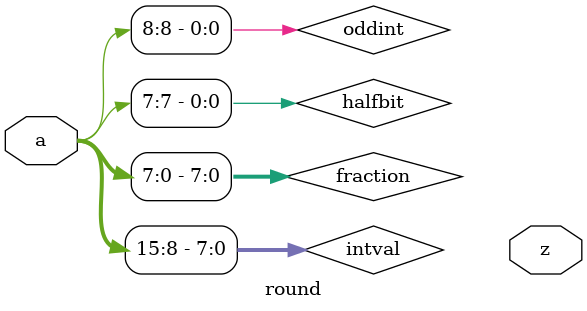
<source format=v>
module round #(parameter DW = 16,
               parameter FW = 8 // frection width (<DW)
               )
   (
    //Inputs
    input signed [DW-1:0] a,
    //Outputs
    output [DW-1:0]       z
    );

   wire [DW-FW-1:0] intval = a[DW-1:FW];
   wire [FW-1:0]    fraction = a[FW-1:0];
   wire             halfbit = fraction[FW-1];
   wire             oddint = intval[0];
   wire             tailset;
   wire             roundup;

   assign tailset = |fraction[FW-2:0];
   assign roundup = halfbit & (tailset | oddint);
   assign out = intval + roundup;

endmodule

</source>
